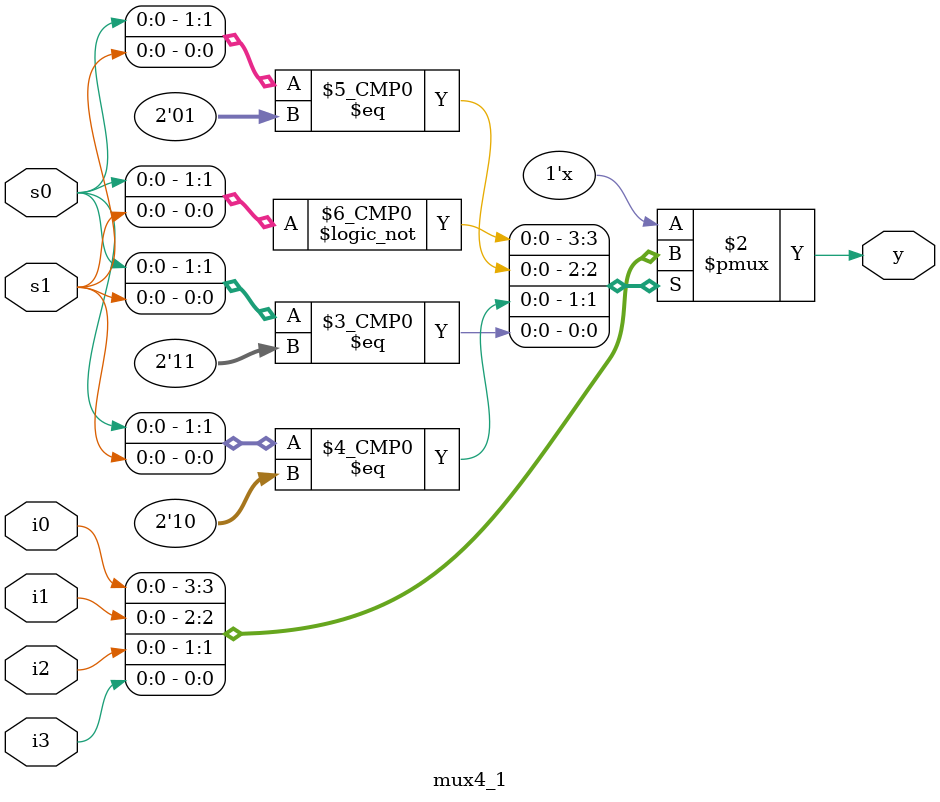
<source format=v>
module mux4_1(
    input i0,
    input i1,
    input i2,
    input i3,
    input s0,
    input s1,
    output reg y
);

always @(*) begin
    case({s0,s1})
        2'b00 : y = i0;
        2'b01 : y = i1;
        2'b10 : y = i2;
        2'b11 : y = i3;
    endcase
end

endmodule
</source>
